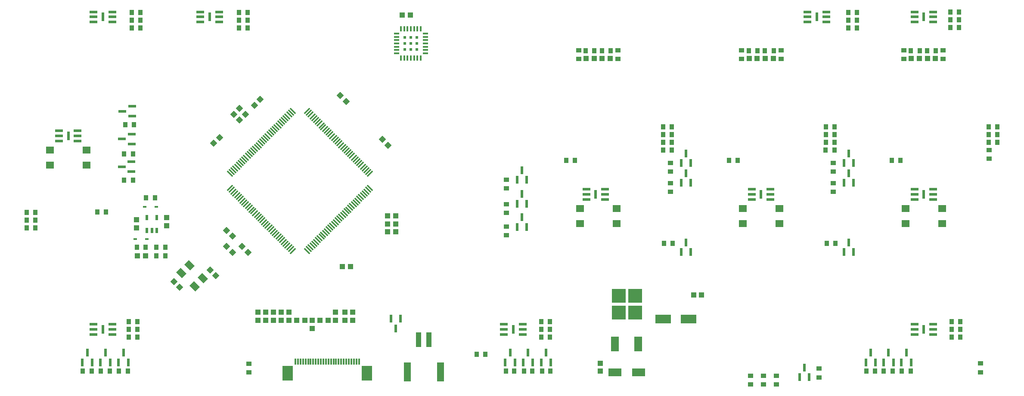
<source format=gtp>
%FSTAX23Y23*%
%MOIN*%
%SFA1B1*%

%IPPOS*%
%AMD31*
4,1,4,-0.039600,0.004800,0.004800,-0.039600,0.039600,-0.004800,-0.004800,0.039600,-0.039600,0.004800,0.0*
%
%AMD32*
4,1,4,-0.016300,0.024000,-0.024000,0.016300,0.016300,-0.024000,0.024000,-0.016300,-0.016300,0.024000,0.0*
%
%AMD33*
4,1,4,-0.024000,-0.016300,-0.016300,-0.024000,0.024000,0.016300,0.016300,0.024000,-0.024000,-0.016300,0.0*
%
%AMD36*
4,1,4,0.000000,-0.027700,0.027700,0.000000,0.000000,0.027700,-0.027700,0.000000,0.000000,-0.027700,0.0*
%
%AMD42*
4,1,4,-0.027700,0.000000,0.000000,-0.027700,0.027700,0.000000,0.000000,0.027700,-0.027700,0.000000,0.0*
%
%ADD18R,0.108000X0.105000*%
%ADD19R,0.108000X0.108000*%
%ADD20R,0.023622X0.023622*%
%ADD21R,0.103000X0.062000*%
%ADD22R,0.120078X0.070866*%
%ADD23R,0.027559X0.017716*%
%ADD24R,0.062992X0.023622*%
%ADD25R,0.020866X0.069685*%
%ADD26R,0.062992X0.055118*%
%ADD27R,0.062992X0.118110*%
%ADD28R,0.023622X0.039370*%
%ADD29R,0.041339X0.011811*%
%ADD30R,0.011811X0.041339*%
G04~CAMADD=31~9~0.0~0.0~629.9~492.1~0.0~0.0~0~0.0~0.0~0.0~0.0~0~0.0~0.0~0.0~0.0~0~0.0~0.0~0.0~135.0~792.0~791.0*
%ADD31D31*%
G04~CAMADD=32~9~0.0~0.0~110.2~570.9~0.0~0.0~0~0.0~0.0~0.0~0.0~0~0.0~0.0~0.0~0.0~0~0.0~0.0~0.0~45.0~480.0~479.0*
%ADD32D32*%
G04~CAMADD=33~9~0.0~0.0~110.2~570.9~0.0~0.0~0~0.0~0.0~0.0~0.0~0~0.0~0.0~0.0~0.0~0~0.0~0.0~0.0~135.0~480.0~479.0*
%ADD33D33*%
%ADD34R,0.011811X0.049212*%
%ADD35R,0.078740X0.118110*%
G04~CAMADD=36~10~0.0~393.7~0.0~0.0~0.0~0.0~0~0.0~0.0~0.0~0.0~0~0.0~0.0~0.0~0.0~0~0.0~0.0~0.0~225.0~393.7~0.0*
%ADD36D36*%
%ADD37R,0.055118X0.149606*%
%ADD38R,0.039370X0.112205*%
%ADD39R,0.059055X0.023622*%
%ADD40R,0.039370X0.035433*%
%ADD41R,0.039370X0.039370*%
G04~CAMADD=42~10~0.0~393.7~0.0~0.0~0.0~0.0~0~0.0~0.0~0.0~0.0~0~0.0~0.0~0.0~0.0~0~0.0~0.0~0.0~135.0~393.7~0.0*
%ADD42D42*%
%ADD43R,0.039370X0.039370*%
%ADD44R,0.035433X0.039370*%
%ADD45R,0.023622X0.059055*%
%LNmod_duo_dwarf-1*%
%LPD*%
G54D18*
X0535Y01361D03*
X05476Y01361D03*
G54D19*
X05349Y0149D03*
X05476Y0149D03*
G54D20*
X03694Y03446D03*
Y03494D03*
X03788Y03399D03*
Y03494D03*
Y03446D03*
X03741D03*
X03694Y03399D03*
X03741Y03494D03*
Y03399D03*
G54D21*
X05505Y00896D03*
X0532D03*
G54D22*
X05694Y01311D03*
X05891D03*
G54D23*
X01606Y01931D03*
X01696D03*
X01771Y02181D03*
X0168D03*
G54D24*
X07784Y03691D03*
Y03652D03*
Y03612D03*
X07639Y03691D03*
Y03652D03*
Y03612D03*
X05245Y02317D03*
Y02278D03*
Y02238D03*
X05099Y02317D03*
Y02278D03*
Y02238D03*
X01284Y01191D03*
Y0123D03*
Y0127D03*
X0143Y01191D03*
Y0123D03*
Y0127D03*
X06525Y02317D03*
Y02278D03*
Y02238D03*
X06379Y02317D03*
Y02278D03*
Y02238D03*
X04462Y01191D03*
Y0123D03*
Y0127D03*
X04607Y01191D03*
Y0123D03*
Y0127D03*
X07784Y02317D03*
Y02278D03*
Y02238D03*
X07639Y02317D03*
Y02278D03*
Y02238D03*
Y01191D03*
Y0123D03*
Y0127D03*
X07784Y01191D03*
Y0123D03*
Y0127D03*
X01017Y02691D03*
Y0273D03*
Y0277D03*
X01162Y02691D03*
Y0273D03*
Y0277D03*
X01284Y03612D03*
Y03652D03*
Y03691D03*
X0143Y03612D03*
Y03652D03*
Y03691D03*
X02257D03*
Y03652D03*
Y03612D03*
X02111Y03691D03*
Y03652D03*
Y03612D03*
X06812D03*
Y03652D03*
Y03691D03*
X06958Y03612D03*
Y03652D03*
Y03691D03*
G54D25*
X07712Y03652D03*
X05172Y02278D03*
X01357Y0123D03*
X06452Y02278D03*
X04534Y0123D03*
X07712Y02278D03*
Y0123D03*
X0109Y0273D03*
X01357Y03652D03*
X02184D03*
X06885D03*
G54D26*
X00948Y0262D03*
X01231D03*
Y02502D03*
X00948D03*
X07853Y02049D03*
X0757D03*
Y02167D03*
X07853D03*
X06593Y02049D03*
X0631D03*
Y02167D03*
X06593D03*
X05334Y02049D03*
X0505D03*
Y02167D03*
X05334D03*
G54D27*
X05502Y01117D03*
X05322D03*
G54D28*
X01698Y02097D03*
X01773D03*
Y01995D03*
X01736D03*
X01698D03*
G54D29*
X03629Y03523D03*
Y03497D03*
Y03472D03*
Y03446D03*
Y03421D03*
Y03395D03*
Y0337D03*
X03853D03*
Y03395D03*
Y03421D03*
Y03446D03*
Y03472D03*
Y03497D03*
Y03523D03*
G54D30*
X03664Y03334D03*
X0369D03*
X03715D03*
X03741D03*
X03766D03*
X03792D03*
X03818D03*
Y03559D03*
X03792D03*
X03766D03*
X03741D03*
X03715D03*
X0369D03*
X03664D03*
G54D31*
X01965Y01666D03*
X02068Y01563D03*
X02129Y01625D03*
X02026Y01728D03*
G54D32*
X0234Y02435D03*
X02354Y02449D03*
X02368Y02463D03*
X02382Y02477D03*
X02396Y02491D03*
X0241Y02505D03*
X02424Y02519D03*
X02437Y02533D03*
X02451Y02547D03*
X02465Y02561D03*
X02479Y02575D03*
X02493Y02589D03*
X02507Y02602D03*
X02521Y02616D03*
X02535Y0263D03*
X02549Y02644D03*
X02563Y02658D03*
X02577Y02672D03*
X02591Y02686D03*
X02605Y027D03*
X02618Y02714D03*
X02632Y02728D03*
X02646Y02742D03*
X0266Y02756D03*
X02674Y02769D03*
X02688Y02783D03*
X02702Y02797D03*
X02716Y02811D03*
X0273Y02825D03*
X02744Y02839D03*
X02758Y02853D03*
X02772Y02867D03*
X02785Y02881D03*
X02799Y02895D03*
X02813Y02909D03*
X02827Y02923D03*
X03424Y02325D03*
X0341Y02312D03*
X03397Y02298D03*
X03383Y02284D03*
X03369Y0227D03*
X03355Y02256D03*
X03341Y02242D03*
X03327Y02228D03*
X03313Y02214D03*
X03299Y022D03*
X03285Y02186D03*
X03271Y02172D03*
X03257Y02158D03*
X03243Y02145D03*
X0323Y02131D03*
X03216Y02117D03*
X03202Y02103D03*
X03188Y02089D03*
X03174Y02075D03*
X0316Y02061D03*
X03146Y02047D03*
X03132Y02033D03*
X03118Y02019D03*
X03104Y02005D03*
X0309Y01991D03*
X03076Y01977D03*
X03062Y01964D03*
X03049Y0195D03*
X03035Y01936D03*
X03021Y01922D03*
X03007Y01908D03*
X02993Y01894D03*
X02979Y0188D03*
X02965Y01866D03*
X02951Y01852D03*
X02937Y01838D03*
G54D33*
X02937Y02923D03*
X02951Y02909D03*
X02965Y02895D03*
X02979Y02881D03*
X02993Y02867D03*
X03007Y02853D03*
X03021Y02839D03*
X03035Y02825D03*
X03049Y02811D03*
X03062Y02797D03*
X03076Y02783D03*
X0309Y02769D03*
X03104Y02756D03*
X03118Y02742D03*
X03132Y02728D03*
X03146Y02714D03*
X0316Y027D03*
X03174Y02686D03*
X03188Y02672D03*
X03202Y02658D03*
X03216Y02644D03*
X0323Y0263D03*
X03243Y02616D03*
X03257Y02602D03*
X03271Y02589D03*
X03285Y02575D03*
X03299Y02561D03*
X03313Y02547D03*
X03327Y02533D03*
X03341Y02519D03*
X03355Y02505D03*
X03369Y02491D03*
X03383Y02477D03*
X03397Y02463D03*
X0341Y02449D03*
X03424Y02435D03*
X02827Y01838D03*
X02813Y01852D03*
X02799Y01866D03*
X02785Y0188D03*
X02772Y01894D03*
X02758Y01908D03*
X02744Y01922D03*
X0273Y01936D03*
X02716Y0195D03*
X02702Y01964D03*
X02688Y01977D03*
X02674Y01991D03*
X0266Y02005D03*
X02646Y02019D03*
X02632Y02033D03*
X02618Y02047D03*
X02605Y02061D03*
X02591Y02075D03*
X02577Y02089D03*
X02563Y02103D03*
X02549Y02117D03*
X02535Y02131D03*
X02521Y02145D03*
X02507Y02158D03*
X02493Y02172D03*
X02479Y02186D03*
X02465Y022D03*
X02451Y02214D03*
X02437Y02228D03*
X02424Y02242D03*
X0241Y02256D03*
X02396Y0227D03*
X02382Y02284D03*
X02368Y02298D03*
X02354Y02312D03*
X0234Y02325D03*
G54D34*
X0334Y00981D03*
X0332D03*
X033D03*
X0328D03*
X03261D03*
X03241D03*
X03221D03*
X03202D03*
X03182D03*
X03162D03*
X03143D03*
X03123D03*
X03103D03*
X03084D03*
X03064D03*
X03044D03*
X03025D03*
X03005D03*
X02985D03*
X02965D03*
X02946D03*
X02926D03*
X02906D03*
X02887D03*
X02867D03*
X02847D03*
G54D35*
X02787Y00889D03*
X034D03*
G54D36*
X02414Y02943D03*
X0237Y02898D03*
X02459Y02898D03*
X02415Y02853D03*
X02259Y02718D03*
X02215Y02673D03*
X02574Y03013D03*
X0253Y02968D03*
G54D37*
X03969Y009D03*
X03714D03*
G54D38*
X03881Y01151D03*
X03802D03*
G54D39*
X01505Y02705D03*
X0158Y02743D03*
Y02668D03*
X01578Y02454D03*
Y02529D03*
X01503Y02491D03*
X01508Y02921D03*
X01583Y02959D03*
Y02884D03*
G54D40*
X07011Y02363D03*
Y02296D03*
X02487Y00964D03*
Y00897D03*
X08151Y00898D03*
Y00965D03*
X06902Y00925D03*
Y00858D03*
X06372Y00804D03*
Y00871D03*
X06472Y00804D03*
Y00871D03*
X06572Y00804D03*
Y00871D03*
X07861Y03394D03*
Y03327D03*
X07556Y03394D03*
Y03327D03*
X06606Y03394D03*
Y03327D03*
X06301Y03394D03*
Y03327D03*
X05344Y03394D03*
Y03327D03*
X05039Y03394D03*
Y03327D03*
X08217Y02554D03*
Y0262D03*
X07011Y02454D03*
Y02521D03*
X05751Y02363D03*
Y02296D03*
Y02454D03*
Y02521D03*
X04481Y02324D03*
Y02391D03*
Y02201D03*
Y02134D03*
Y01959D03*
Y02026D03*
G54D41*
X03624Y01985D03*
X03561D03*
X02856Y013D03*
X02919D03*
X03099D03*
X03036D03*
X03737Y03666D03*
X03674D03*
X05929Y01496D03*
X05992D03*
X01687Y01801D03*
X01624D03*
X03561Y0211D03*
X03624D03*
X03212Y01715D03*
X03275D03*
X03561Y02045D03*
X03624D03*
X07802Y0333D03*
X07739D03*
X07614D03*
X07677D03*
X06547D03*
X06484D03*
X06359D03*
X06422D03*
X05285D03*
X05222D03*
X05097D03*
X0516D03*
G54D42*
X02315Y01873D03*
X02359Y01828D03*
X01952Y01556D03*
X01907Y016D03*
X02187Y0169D03*
X02232Y01646D03*
X03564Y02658D03*
X0352Y02703D03*
X02435Y01873D03*
X02479Y01828D03*
X03239Y02998D03*
X03195Y03043D03*
X02315Y01998D03*
X02359Y01953D03*
G54D43*
X03157Y01363D03*
Y013D03*
X02797Y01362D03*
Y01299D03*
X02737Y01362D03*
Y01299D03*
X02677Y01362D03*
Y01299D03*
X02617Y01362D03*
Y01299D03*
X02557Y01362D03*
Y01299D03*
X02977Y01237D03*
Y013D03*
X05207Y00968D03*
Y00905D03*
X01616Y02081D03*
Y02018D03*
X01851Y02096D03*
Y02033D03*
X03292Y01363D03*
Y013D03*
X03232Y01363D03*
Y013D03*
G54D44*
X04249Y01035D03*
X04316D03*
X07026Y01895D03*
X06959D03*
X07267Y00906D03*
X07334D03*
X07402D03*
X07469D03*
X07926Y01231D03*
X07993D03*
X07926Y01171D03*
X07993D03*
X07926Y01291D03*
X07993D03*
X07542Y00906D03*
X07609D03*
X02476Y03685D03*
X0241D03*
X02476Y03565D03*
X0241D03*
X02476Y03625D03*
X0241D03*
X01646Y03685D03*
X0158D03*
X01646Y03565D03*
X0158D03*
X01646Y03625D03*
X0158D03*
X07984Y0363D03*
X07917D03*
X01621Y01866D03*
X01688D03*
X01839Y01801D03*
X01772D03*
X01839Y01866D03*
X01772D03*
X01759Y02251D03*
X01692D03*
X07917Y0369D03*
X07984D03*
X07917Y0357D03*
X07984D03*
X07127Y03685D03*
X07194D03*
X07127Y03565D03*
X07194D03*
X07127Y03625D03*
X07194D03*
X01522Y02386D03*
X01589D03*
X01522Y02591D03*
X01589D03*
X01529Y02815D03*
X01596D03*
X00767Y02078D03*
X00834D03*
X00767Y02138D03*
X00834D03*
X00767Y02018D03*
X00834D03*
X01381Y0214D03*
X01314D03*
X07804Y0339D03*
X07737D03*
X07612D03*
X07679D03*
X07464Y0254D03*
X07531D03*
X06204D03*
X06271D03*
X06549Y0339D03*
X06482D03*
X06357D03*
X06424D03*
X05287D03*
X0522D03*
X05095D03*
X05162D03*
X04944Y0254D03*
X05011D03*
X08281Y02801D03*
X08214D03*
X08281Y02681D03*
X08214D03*
X08281Y02741D03*
X08214D03*
X07021Y02801D03*
X06954D03*
X07021Y02681D03*
X06954D03*
X07021Y02741D03*
X06954D03*
X07019Y0262D03*
X06952D03*
X057Y01895D03*
X05767D03*
X05761Y02801D03*
X05694D03*
X05761Y02681D03*
X05694D03*
X05761Y02741D03*
X05694D03*
X05761Y0262D03*
X05694D03*
X01623Y01291D03*
X01556D03*
X01623Y01171D03*
X01556D03*
X01623Y01231D03*
X01556D03*
X01549Y00906D03*
X01482D03*
X01409D03*
X01342D03*
X01269D03*
X01202D03*
X04818Y0129D03*
X04751D03*
X04818Y0117D03*
X04751D03*
X04818Y0123D03*
X04751D03*
X04822Y00906D03*
X04756D03*
X04682D03*
X04616D03*
X04542D03*
X04476D03*
G54D45*
X07263Y00974D03*
X07338D03*
X07301Y01049D03*
X07401Y00974D03*
X07476D03*
X07438Y01049D03*
X07538Y00974D03*
X07613D03*
X07576Y01049D03*
X06787Y00934D03*
X06825Y00859D03*
X0675D03*
X07131Y01904D03*
X07168Y01829D03*
X07093D03*
X07131Y0244D03*
X07168Y02366D03*
X07093D03*
X07131Y02594D03*
X07168Y02519D03*
X07093D03*
X05871Y01904D03*
X05908Y01829D03*
X05834D03*
X05871Y0244D03*
X05908Y02366D03*
X05834D03*
X05871Y02594D03*
X05908Y02519D03*
X05834D03*
X04601Y02099D03*
X04638Y02024D03*
X04563D03*
X04601Y02279D03*
X04638Y02204D03*
X04563D03*
X04601Y02464D03*
X04638Y02389D03*
X04563D03*
X03625Y01237D03*
X03587Y01312D03*
X03662D03*
X01516Y01049D03*
X01553Y00974D03*
X01478D03*
X01376Y01049D03*
X01413Y00974D03*
X01338D03*
X01236Y01049D03*
X01273Y00974D03*
X01198D03*
X04786Y01049D03*
X04824Y00974D03*
X04749D03*
X04646Y01049D03*
X04684Y00974D03*
X04609D03*
X04509Y01049D03*
X04546Y00974D03*
X04472D03*
M02*
</source>
